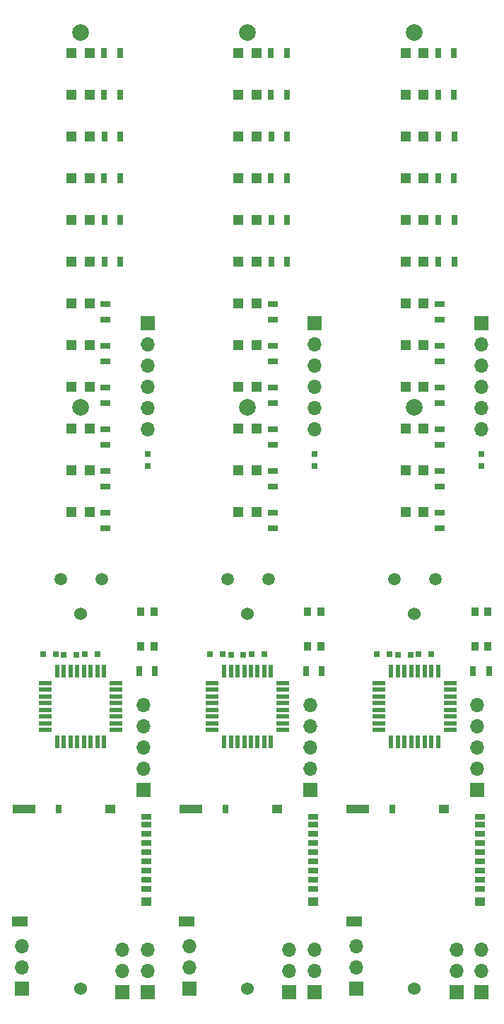
<source format=gbr>
G04 #@! TF.FileFunction,Soldermask,Top*
%FSLAX46Y46*%
G04 Gerber Fmt 4.6, Leading zero omitted, Abs format (unit mm)*
G04 Created by KiCad (PCBNEW 4.0.0-rc2-stable) date 2017/04/01 15:23:39*
%MOMM*%
G01*
G04 APERTURE LIST*
%ADD10C,0.100000*%
%ADD11C,1.524000*%
%ADD12R,1.700000X1.700000*%
%ADD13O,1.700000X1.700000*%
%ADD14C,2.000000*%
%ADD15R,0.550000X1.600000*%
%ADD16R,1.600000X0.550000*%
%ADD17R,0.800000X0.750000*%
%ADD18C,1.500000*%
%ADD19R,1.900000X1.300000*%
%ADD20R,2.800000X1.000000*%
%ADD21R,1.200000X0.700000*%
%ADD22R,1.200000X1.000000*%
%ADD23R,1.200000X0.650000*%
%ADD24R,0.800000X1.000000*%
%ADD25R,1.300000X0.700000*%
%ADD26R,0.750000X0.800000*%
%ADD27R,1.200000X1.200000*%
%ADD28R,0.700000X1.300000*%
%ADD29R,0.900000X1.000000*%
G04 APERTURE END LIST*
D10*
D11*
X225000000Y-132000000D03*
X225000000Y-87200000D03*
D12*
X233000000Y-132500000D03*
D13*
X233000000Y-129960000D03*
X233000000Y-127420000D03*
D14*
X225000000Y-62400000D03*
X225000000Y-17600000D03*
D15*
X227800000Y-94000000D03*
X227000000Y-94000000D03*
X226200000Y-94000000D03*
X225400000Y-94000000D03*
X224600000Y-94000000D03*
X223800000Y-94000000D03*
X223000000Y-94000000D03*
X222200000Y-94000000D03*
D16*
X220750000Y-95450000D03*
X220750000Y-96250000D03*
X220750000Y-97050000D03*
X220750000Y-97850000D03*
X220750000Y-98650000D03*
X220750000Y-99450000D03*
X220750000Y-100250000D03*
X220750000Y-101050000D03*
D15*
X222200000Y-102500000D03*
X223000000Y-102500000D03*
X223800000Y-102500000D03*
X224600000Y-102500000D03*
X225400000Y-102500000D03*
X226200000Y-102500000D03*
X227000000Y-102500000D03*
X227800000Y-102500000D03*
D16*
X229250000Y-101050000D03*
X229250000Y-100250000D03*
X229250000Y-99450000D03*
X229250000Y-98650000D03*
X229250000Y-97850000D03*
X229250000Y-97050000D03*
X229250000Y-96250000D03*
X229250000Y-95450000D03*
D17*
X224500000Y-92075000D03*
X223000000Y-92075000D03*
D18*
X227500000Y-83000000D03*
X222600000Y-83000000D03*
D17*
X220500000Y-92000000D03*
X222000000Y-92000000D03*
X225500000Y-92000000D03*
X227000000Y-92000000D03*
D19*
X217731000Y-123990000D03*
D20*
X218181000Y-110490000D03*
D21*
X232831000Y-120090000D03*
X232831000Y-118990000D03*
X232831000Y-117890000D03*
X232831000Y-116790000D03*
X232831000Y-115690000D03*
X232831000Y-114590000D03*
X232831000Y-113490000D03*
X232831000Y-112390000D03*
D22*
X232831000Y-121640000D03*
D23*
X232831000Y-111440000D03*
D24*
X222331000Y-110490000D03*
D22*
X228531000Y-110490000D03*
D12*
X230000000Y-132500000D03*
D13*
X230000000Y-129960000D03*
X230000000Y-127420000D03*
D12*
X218000000Y-132000000D03*
D13*
X218000000Y-129460000D03*
X218000000Y-126920000D03*
D25*
X228000000Y-75050000D03*
X228000000Y-76950000D03*
X228000000Y-70050000D03*
X228000000Y-71950000D03*
X228000000Y-65050000D03*
X228000000Y-66950000D03*
D26*
X233000000Y-69500000D03*
X233000000Y-68000000D03*
D27*
X226100000Y-75000000D03*
X223900000Y-75000000D03*
X226100000Y-70000000D03*
X223900000Y-70000000D03*
D12*
X232532000Y-108204000D03*
D13*
X232532000Y-105664000D03*
X232532000Y-103124000D03*
X232532000Y-100584000D03*
X232532000Y-98044000D03*
D28*
X233900000Y-94000000D03*
X232000000Y-94000000D03*
D29*
X233800000Y-86950000D03*
X232200000Y-86950000D03*
X233800000Y-91050000D03*
X232200000Y-91050000D03*
D27*
X226100000Y-50000000D03*
X223900000Y-50000000D03*
D25*
X228000000Y-50050000D03*
X228000000Y-51950000D03*
D27*
X226100000Y-55000000D03*
X223900000Y-55000000D03*
D25*
X228000000Y-55050000D03*
X228000000Y-56950000D03*
D12*
X233000000Y-52380000D03*
D13*
X233000000Y-54920000D03*
X233000000Y-57460000D03*
X233000000Y-60000000D03*
X233000000Y-62540000D03*
X233000000Y-65080000D03*
D27*
X226100000Y-65000000D03*
X223900000Y-65000000D03*
X226100000Y-60000000D03*
X223900000Y-60000000D03*
D25*
X228000000Y-60050000D03*
X228000000Y-61950000D03*
D27*
X226100000Y-35000000D03*
X223900000Y-35000000D03*
X226100000Y-30000000D03*
X223900000Y-30000000D03*
D28*
X227800000Y-35000000D03*
X229700000Y-35000000D03*
X227850000Y-30000000D03*
X229750000Y-30000000D03*
X227850000Y-45000000D03*
X229750000Y-45000000D03*
D27*
X226100000Y-45000000D03*
X223900000Y-45000000D03*
X226100000Y-40000000D03*
X223900000Y-40000000D03*
D28*
X227850000Y-40000000D03*
X229750000Y-40000000D03*
X227800000Y-20000000D03*
X229700000Y-20000000D03*
D27*
X226100000Y-25000000D03*
X223900000Y-25000000D03*
X226100000Y-20000000D03*
X223900000Y-20000000D03*
D28*
X227800000Y-25000000D03*
X229700000Y-25000000D03*
D14*
X205000000Y-62400000D03*
X205000000Y-17600000D03*
D11*
X205000000Y-132000000D03*
X205000000Y-87200000D03*
D12*
X213000000Y-132500000D03*
D13*
X213000000Y-129960000D03*
X213000000Y-127420000D03*
D27*
X206100000Y-70000000D03*
X203900000Y-70000000D03*
D25*
X208000000Y-70050000D03*
X208000000Y-71950000D03*
D27*
X206100000Y-75000000D03*
X203900000Y-75000000D03*
D26*
X213000000Y-69500000D03*
X213000000Y-68000000D03*
D27*
X206100000Y-65000000D03*
X203900000Y-65000000D03*
D25*
X208000000Y-65050000D03*
X208000000Y-66950000D03*
X208000000Y-75050000D03*
X208000000Y-76950000D03*
D28*
X207850000Y-40000000D03*
X209750000Y-40000000D03*
D27*
X206100000Y-50000000D03*
X203900000Y-50000000D03*
X206100000Y-40000000D03*
X203900000Y-40000000D03*
X206100000Y-45000000D03*
X203900000Y-45000000D03*
D28*
X207850000Y-45000000D03*
X209750000Y-45000000D03*
D25*
X208000000Y-60050000D03*
X208000000Y-61950000D03*
D12*
X213000000Y-52380000D03*
D13*
X213000000Y-54920000D03*
X213000000Y-57460000D03*
X213000000Y-60000000D03*
X213000000Y-62540000D03*
X213000000Y-65080000D03*
D25*
X208000000Y-55050000D03*
X208000000Y-56950000D03*
D27*
X206100000Y-60000000D03*
X203900000Y-60000000D03*
D25*
X208000000Y-50050000D03*
X208000000Y-51950000D03*
D27*
X206100000Y-55000000D03*
X203900000Y-55000000D03*
D28*
X207800000Y-25000000D03*
X209700000Y-25000000D03*
X207850000Y-30000000D03*
X209750000Y-30000000D03*
X207800000Y-35000000D03*
X209700000Y-35000000D03*
D27*
X206100000Y-30000000D03*
X203900000Y-30000000D03*
X206100000Y-35000000D03*
X203900000Y-35000000D03*
X206100000Y-20000000D03*
X203900000Y-20000000D03*
D28*
X207800000Y-20000000D03*
X209700000Y-20000000D03*
D27*
X206100000Y-25000000D03*
X203900000Y-25000000D03*
D29*
X213800000Y-86950000D03*
X212200000Y-86950000D03*
X213800000Y-91050000D03*
X212200000Y-91050000D03*
D18*
X207500000Y-83000000D03*
X202600000Y-83000000D03*
D17*
X200500000Y-92000000D03*
X202000000Y-92000000D03*
X204500000Y-92075000D03*
X203000000Y-92075000D03*
X205500000Y-92000000D03*
X207000000Y-92000000D03*
D12*
X198000000Y-132000000D03*
D13*
X198000000Y-129460000D03*
X198000000Y-126920000D03*
D12*
X212532000Y-108204000D03*
D13*
X212532000Y-105664000D03*
X212532000Y-103124000D03*
X212532000Y-100584000D03*
X212532000Y-98044000D03*
D19*
X197731000Y-123990000D03*
D20*
X198181000Y-110490000D03*
D21*
X212831000Y-120090000D03*
X212831000Y-118990000D03*
X212831000Y-117890000D03*
X212831000Y-116790000D03*
X212831000Y-115690000D03*
X212831000Y-114590000D03*
X212831000Y-113490000D03*
X212831000Y-112390000D03*
D22*
X212831000Y-121640000D03*
D23*
X212831000Y-111440000D03*
D24*
X202331000Y-110490000D03*
D22*
X208531000Y-110490000D03*
D28*
X213900000Y-94000000D03*
X212000000Y-94000000D03*
D15*
X207800000Y-94000000D03*
X207000000Y-94000000D03*
X206200000Y-94000000D03*
X205400000Y-94000000D03*
X204600000Y-94000000D03*
X203800000Y-94000000D03*
X203000000Y-94000000D03*
X202200000Y-94000000D03*
D16*
X200750000Y-95450000D03*
X200750000Y-96250000D03*
X200750000Y-97050000D03*
X200750000Y-97850000D03*
X200750000Y-98650000D03*
X200750000Y-99450000D03*
X200750000Y-100250000D03*
X200750000Y-101050000D03*
D15*
X202200000Y-102500000D03*
X203000000Y-102500000D03*
X203800000Y-102500000D03*
X204600000Y-102500000D03*
X205400000Y-102500000D03*
X206200000Y-102500000D03*
X207000000Y-102500000D03*
X207800000Y-102500000D03*
D16*
X209250000Y-101050000D03*
X209250000Y-100250000D03*
X209250000Y-99450000D03*
X209250000Y-98650000D03*
X209250000Y-97850000D03*
X209250000Y-97050000D03*
X209250000Y-96250000D03*
X209250000Y-95450000D03*
D12*
X210000000Y-132500000D03*
D13*
X210000000Y-129960000D03*
X210000000Y-127420000D03*
D12*
X192532000Y-108204000D03*
D13*
X192532000Y-105664000D03*
X192532000Y-103124000D03*
X192532000Y-100584000D03*
X192532000Y-98044000D03*
D19*
X177731000Y-123990000D03*
D20*
X178181000Y-110490000D03*
D21*
X192831000Y-120090000D03*
X192831000Y-118990000D03*
X192831000Y-117890000D03*
X192831000Y-116790000D03*
X192831000Y-115690000D03*
X192831000Y-114590000D03*
X192831000Y-113490000D03*
X192831000Y-112390000D03*
D22*
X192831000Y-121640000D03*
D23*
X192831000Y-111440000D03*
D24*
X182331000Y-110490000D03*
D22*
X188531000Y-110490000D03*
D12*
X193000000Y-132500000D03*
D13*
X193000000Y-129960000D03*
X193000000Y-127420000D03*
D17*
X185500000Y-92000000D03*
X187000000Y-92000000D03*
D14*
X185000000Y-62400000D03*
X185000000Y-17600000D03*
D17*
X184500000Y-92075000D03*
X183000000Y-92075000D03*
X180500000Y-92000000D03*
X182000000Y-92000000D03*
D27*
X186100000Y-20000000D03*
X183900000Y-20000000D03*
X186100000Y-25000000D03*
X183900000Y-25000000D03*
X186100000Y-30000000D03*
X183900000Y-30000000D03*
X186100000Y-35000000D03*
X183900000Y-35000000D03*
X186100000Y-40000000D03*
X183900000Y-40000000D03*
X186100000Y-45000000D03*
X183900000Y-45000000D03*
X186100000Y-50000000D03*
X183900000Y-50000000D03*
X186100000Y-55000000D03*
X183900000Y-55000000D03*
X186100000Y-60000000D03*
X183900000Y-60000000D03*
X186100000Y-65000000D03*
X183900000Y-65000000D03*
X186100000Y-70000000D03*
X183900000Y-70000000D03*
X186100000Y-75000000D03*
X183900000Y-75000000D03*
D15*
X187800000Y-94000000D03*
X187000000Y-94000000D03*
X186200000Y-94000000D03*
X185400000Y-94000000D03*
X184600000Y-94000000D03*
X183800000Y-94000000D03*
X183000000Y-94000000D03*
X182200000Y-94000000D03*
D16*
X180750000Y-95450000D03*
X180750000Y-96250000D03*
X180750000Y-97050000D03*
X180750000Y-97850000D03*
X180750000Y-98650000D03*
X180750000Y-99450000D03*
X180750000Y-100250000D03*
X180750000Y-101050000D03*
D15*
X182200000Y-102500000D03*
X183000000Y-102500000D03*
X183800000Y-102500000D03*
X184600000Y-102500000D03*
X185400000Y-102500000D03*
X186200000Y-102500000D03*
X187000000Y-102500000D03*
X187800000Y-102500000D03*
D16*
X189250000Y-101050000D03*
X189250000Y-100250000D03*
X189250000Y-99450000D03*
X189250000Y-98650000D03*
X189250000Y-97850000D03*
X189250000Y-97050000D03*
X189250000Y-96250000D03*
X189250000Y-95450000D03*
D12*
X190000000Y-132500000D03*
D13*
X190000000Y-129960000D03*
X190000000Y-127420000D03*
D12*
X178000000Y-132000000D03*
D13*
X178000000Y-129460000D03*
X178000000Y-126920000D03*
D28*
X187800000Y-20000000D03*
X189700000Y-20000000D03*
X187800000Y-25000000D03*
X189700000Y-25000000D03*
X187850000Y-30000000D03*
X189750000Y-30000000D03*
X187800000Y-35000000D03*
X189700000Y-35000000D03*
X187850000Y-40000000D03*
X189750000Y-40000000D03*
X187850000Y-45000000D03*
X189750000Y-45000000D03*
D25*
X188000000Y-50050000D03*
X188000000Y-51950000D03*
X188000000Y-55050000D03*
X188000000Y-56950000D03*
X188000000Y-60050000D03*
X188000000Y-61950000D03*
X188000000Y-65050000D03*
X188000000Y-66950000D03*
X188000000Y-70050000D03*
X188000000Y-71950000D03*
X188000000Y-75050000D03*
X188000000Y-76950000D03*
D28*
X193900000Y-94000000D03*
X192000000Y-94000000D03*
D29*
X193800000Y-86950000D03*
X192200000Y-86950000D03*
X193800000Y-91050000D03*
X192200000Y-91050000D03*
D18*
X187500000Y-83000000D03*
X182600000Y-83000000D03*
D26*
X193000000Y-69500000D03*
X193000000Y-68000000D03*
D12*
X193000000Y-52380000D03*
D13*
X193000000Y-54920000D03*
X193000000Y-57460000D03*
X193000000Y-60000000D03*
X193000000Y-62540000D03*
X193000000Y-65080000D03*
D11*
X185000000Y-132000000D03*
X185000000Y-87200000D03*
M02*

</source>
